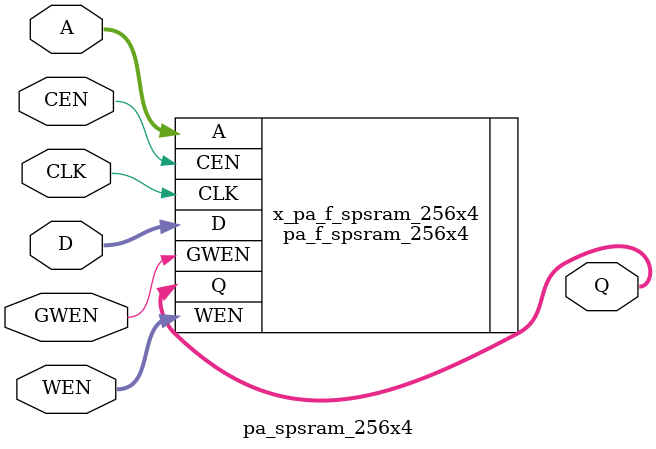
<source format=v>

/*Copyright 2020-2021 T-Head Semiconductor Co., Ltd.

Licensed under the Apache License, Version 2.0 (the "License");
you may not use this file except in compliance with the License.
You may obtain a copy of the License at

    http://www.apache.org/licenses/LICENSE-2.0

Unless required by applicable law or agreed to in writing, software
distributed under the License is distributed on an "AS IS" BASIS,
WITHOUT WARRANTIES OR CONDITIONS OF ANY KIND, either express or implied.
See the License for the specific language governing permissions and
limitations under the License.
*/

// &ModuleBeg; @22
module pa_spsram_256x4(
  A,
  CEN,
  CLK,
  D,
  GWEN,
  Q,
  WEN
);

// &Ports; @23
input   [7:0]  A;   
input          CEN; 
input          CLK; 
input   [3:0]  D;   
input          GWEN; 
input   [3:0]  WEN; 
output  [3:0]  Q;   

// &Regs; @24

// &Wires; @25
wire    [7:0]  A;   
wire           CEN; 
wire           CLK; 
wire    [3:0]  D;   
wire           GWEN; 
wire    [3:0]  Q;   
wire    [3:0]  WEN; 


//**********************************************************
//                  Parameter Definition
//**********************************************************
parameter ADDR_WIDTH = 8;
parameter DATA_WIDTH = 4;
parameter WE_WIDTH   = 4;

// &Force("bus","Q",DATA_WIDTH-1,0); @34
// &Force("bus","WEN",WE_WIDTH-1,0); @35
// &Force("bus","A",ADDR_WIDTH-1,0); @36
// &Force("bus","D",DATA_WIDTH-1,0); @37

//  //********************************************************
//  //*                        FPGA memory                   *
//  //********************************************************
//   &Instance("pa_f_spsram_256x4"); @43
pa_f_spsram_256x4  x_pa_f_spsram_256x4 (
  .A    (A   ),
  .CEN  (CEN ),
  .CLK  (CLK ),
  .D    (D   ),
  .GWEN (GWEN),
  .Q    (Q   ),
  .WEN  (WEN )
);

//   &Instance("pa_tsmc_spsram_256x4"); @49

// &ModuleEnd; @65
endmodule



</source>
